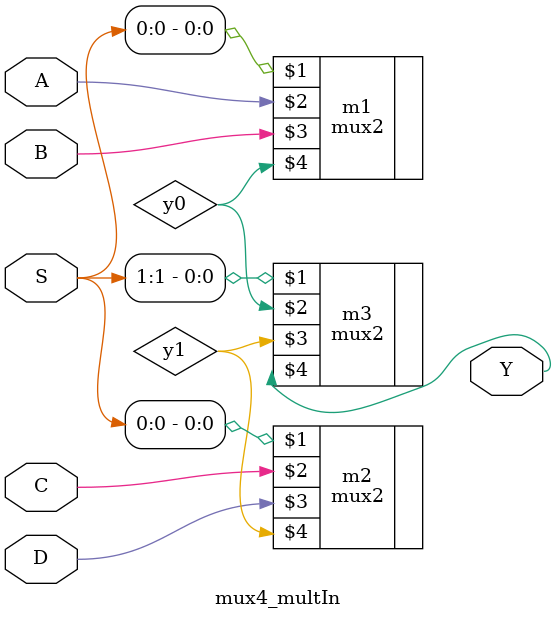
<source format=sv>
module mux4_multIn (S, A, B, C, D, Y);
	input [1:0]S;
	input A, B, C, D;
	output Y;
	wire y0, y1;
	
	mux2 m1(S[0], A, B, y0);
	mux2 m2(S[0], C, D, y1);
	mux2 m3(S[1], y0, y1, Y);
endmodule 
</source>
